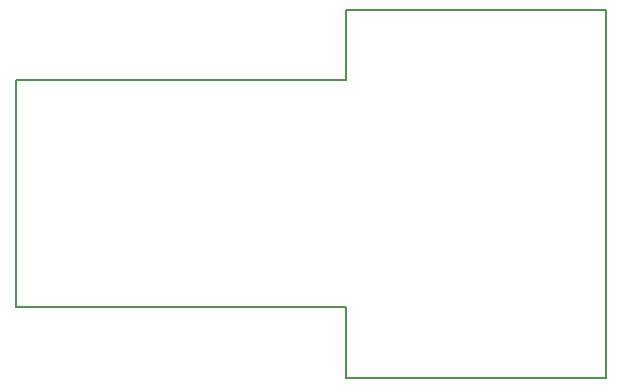
<source format=gbr>
G04 #@! TF.GenerationSoftware,KiCad,Pcbnew,5.0.2+dfsg1-1~bpo9+1*
G04 #@! TF.CreationDate,2021-09-12T12:59:09+02:00*
G04 #@! TF.ProjectId,VGA222-PMOD,56474132-3232-42d5-904d-4f442e6b6963,rev?*
G04 #@! TF.SameCoordinates,Original*
G04 #@! TF.FileFunction,Profile,NP*
%FSLAX46Y46*%
G04 Gerber Fmt 4.6, Leading zero omitted, Abs format (unit mm)*
G04 Created by KiCad (PCBNEW 5.0.2+dfsg1-1~bpo9+1) date Sun Sep 12 12:59:09 2021*
%MOMM*%
%LPD*%
G01*
G04 APERTURE LIST*
%ADD10C,0.150000*%
G04 APERTURE END LIST*
D10*
X128000000Y-75177000D02*
X150000000Y-75177000D01*
X128000000Y-44000000D02*
X150000000Y-44000000D01*
X128000000Y-44000000D02*
X128000000Y-50000000D01*
X128000000Y-69177000D02*
X128000000Y-75177000D01*
X128000000Y-69177000D02*
X100000000Y-69177000D01*
X150000000Y-44000000D02*
X150000000Y-75177000D01*
X100000000Y-50000000D02*
X100000000Y-69177000D01*
X128000000Y-50000000D02*
X100000000Y-50000000D01*
M02*

</source>
